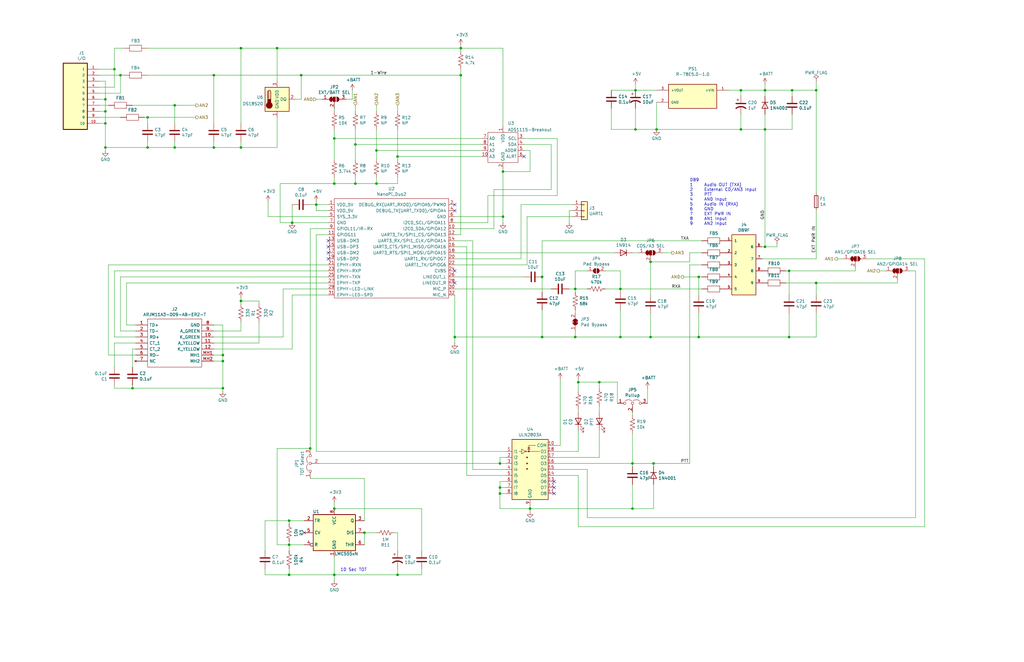
<source format=kicad_sch>
(kicad_sch (version 20211123) (generator eeschema)
  (paper "USLedger")
  (title_block (title "NanoPi Duo2 Direwolf Carrier Board") (date "2022-01-03") (rev "1.2") (company "FET Technologies") (comment 1 "v1.1 Add built-in Dallas sensor") (comment 2 "v1.2 Delete 3.3V Reg, Wire out GPIOA14/A16 to DB9"))
  (lib_symbols
    (symbol "Connector_Generic:Conn_01x03" (pin_names (offset 1.016) hide)
      (property "Reference" "J" (at 0 5.08 0))
      (property "Value" "Conn_01x03" (at 0 -5.08 0))
      (symbol "Conn_01x03_1_1"
        (pin passive line (at -5.08 2.54 0) (length 3.81) (name "Pin_1") (number "1"))
        (pin passive line (at -5.08 0 0) (length 3.81) (name "Pin_2") (number "2"))
        (pin passive line (at -5.08 -2.54 0) (length 3.81) (name "Pin_3") (number "3"))
      )
    )
    (symbol "Device:C" (pin_numbers hide) (pin_names (offset 0.254))
      (property "Reference" "C" (at 0.635 2.54 0))
      (property "Value" "C" (at 0.635 -2.54 0))
      (symbol "C_1_1"
        (pin passive line (at 0 3.81 270) (length 2.794) (name "~") (number "1"))
        (pin passive line (at 0 -3.81 90) (length 2.794) (name "~") (number "2"))
      )
    )
    (symbol "Device:C_Polarized_US" (pin_numbers hide) (pin_names (offset 0.254) hide)
      (property "Reference" "C" (at 0.635 2.54 0))
      (property "Value" "C_Polarized_US" (at 0.635 -2.54 0))
      (symbol "C_Polarized_US_1_1"
        (pin passive line (at 0 3.81 270) (length 2.794) (name "~") (number "1"))
        (pin passive line (at 0 -3.81 90) (length 3.302) (name "~") (number "2"))
      )
    )
    (symbol "Device:Fuse" (pin_numbers hide) (pin_names (offset 0))
      (property "Reference" "F" (at 2.032 0 90))
      (property "Value" "Fuse" (at -1.905 0 90))
      (symbol "Fuse_1_1"
        (pin passive line (at 0 3.81 270) (length 1.27) (name "~") (number "1"))
        (pin passive line (at 0 -3.81 90) (length 1.27) (name "~") (number "2"))
      )
    )
    (symbol "Device:LED" (pin_numbers hide) (pin_names (offset 1.016) hide)
      (property "Reference" "D" (at 0 2.54 0))
      (property "Value" "LED" (at 0 -2.54 0))
      (symbol "LED_1_1"
        (pin passive line (at -3.81 0 0) (length 2.54) (name "K") (number "1"))
        (pin passive line (at 3.81 0 180) (length 2.54) (name "A") (number "2"))
      )
    )
    (symbol "Device:R_US" (pin_numbers hide) (pin_names (offset 0))
      (property "Reference" "R" (at 2.54 0 90))
      (property "Value" "R_US" (at -2.54 0 90))
      (symbol "R_US_1_1"
        (pin passive line (at 0 3.81 270) (length 1.27) (name "~") (number "1"))
        (pin passive line (at 0 -3.81 90) (length 1.27) (name "~") (number "2"))
      )
    )
    (symbol "Diode:1N4001" (pin_numbers hide) (pin_names (offset 1.016) hide)
      (property "Reference" "D" (at 0 2.54 0))
      (property "Value" "1N4001" (at 0 -2.54 0))
      (symbol "1N4001_1_1"
        (pin passive line (at -3.81 0 0) (length 2.54) (name "K") (number "1"))
        (pin passive line (at 3.81 0 180) (length 2.54) (name "A") (number "2"))
      )
    )
    (symbol "Diode:1N914" (pin_numbers hide) (pin_names (offset 1.016) hide)
      (property "Reference" "D" (at 0 2.54 0))
      (property "Value" "1N914" (at 0 -2.54 0))
      (symbol "1N914_1_1"
        (pin passive line (at -3.81 0 0) (length 2.54) (name "K") (number "1"))
        (pin passive line (at 3.81 0 180) (length 2.54) (name "A") (number "2"))
      )
    )
    (symbol "Jumper:Jumper_3_Open" (pin_names (offset 0) hide)
      (property "Reference" "JP" (at -2.54 -2.54 0))
      (property "Value" "Jumper_3_Open" (at 0 2.794 0))
      (symbol "Jumper_3_Open_1_1"
        (pin passive line (at -6.35 0 0) (length 2.54) (name "A") (number "1"))
        (pin input line (at 0 -3.81 90) (length 2.54) (name "C") (number "2"))
        (pin passive line (at 6.35 0 180) (length 2.54) (name "B") (number "3"))
      )
    )
    (symbol "Jumper:SolderJumper_2_Bridged" (pin_names (offset 0) hide)
      (property "Reference" "JP" (at 0 2.032 0))
      (property "Value" "SolderJumper_2_Bridged" (at 0 -2.54 0))
      (symbol "SolderJumper_2_Bridged_1_1"
        (pin passive line (at -3.81 0 0) (length 2.54) (name "A") (number "1"))
        (pin passive line (at 3.81 0 180) (length 2.54) (name "B") (number "2"))
      )
    )
    (symbol "Jumper:SolderJumper_2_Open" (pin_names (offset 0) hide)
      (property "Reference" "JP" (at 0 2.032 0))
      (property "Value" "SolderJumper_2_Open" (at 0 -2.54 0))
      (symbol "SolderJumper_2_Open_1_1"
        (pin passive line (at -3.81 0 0) (length 2.54) (name "A") (number "1"))
        (pin passive line (at 3.81 0 180) (length 2.54) (name "B") (number "2"))
      )
    )
    (symbol "Jumper:SolderJumper_3_Bridged12" (pin_names (offset 0) hide)
      (property "Reference" "JP" (at -2.54 -2.54 0))
      (property "Value" "SolderJumper_3_Bridged12" (at 0 2.794 0))
      (symbol "SolderJumper_3_Bridged12_1_1"
        (pin passive line (at -5.08 0 0) (length 2.54) (name "A") (number "1"))
        (pin input line (at 0 -3.81 90) (length 2.54) (name "C") (number "2"))
        (pin passive line (at 5.08 0 180) (length 2.54) (name "B") (number "3"))
      )
    )
    (symbol "Sensor_Temperature:DS18S20" (pin_names (offset 1.016))
      (property "Reference" "U" (at -3.81 6.35 0))
      (property "Value" "DS18S20" (at 6.35 6.35 0))
      (symbol "DS18S20_1_1"
        (pin power_in line (at 0 -7.62 90) (length 2.54) (name "GND") (number "1"))
        (pin bidirectional line (at 7.62 0 180) (length 2.54) (name "DQ") (number "2"))
        (pin power_in line (at 0 7.62 270) (length 2.54) (name "VDD") (number "3"))
      )
    )
    (symbol "Timer:LMC555xN"
      (property "Reference" "U" (at -10.16 8.89 0))
      (property "Value" "LMC555xN" (at 2.54 8.89 0))
      (symbol "LMC555xN_0_0"
        (pin power_in line (at 0 -10.16 90) (length 2.54) (name "GND") (number "1"))
        (pin power_in line (at 0 10.16 270) (length 2.54) (name "VCC") (number "8"))
      )
      (symbol "LMC555xN_1_1"
        (pin input line (at -12.7 5.08 0) (length 3.81) (name "TR") (number "2"))
        (pin output line (at 12.7 5.08 180) (length 3.81) (name "Q") (number "3"))
        (pin input inverted (at -12.7 -5.08 0) (length 3.81) (name "R") (number "4"))
        (pin input line (at -12.7 0 0) (length 3.81) (name "CV") (number "5"))
        (pin input line (at 12.7 -5.08 180) (length 3.81) (name "THR") (number "6"))
        (pin input line (at 12.7 0 180) (length 3.81) (name "DIS") (number "7"))
      )
    )
    (symbol "Transistor_Array:ULN2803A"
      (property "Reference" "U" (at 0 13.335 0))
      (property "Value" "ULN2803A" (at 0 11.43 0))
      (symbol "ULN2803A_1_1"
        (pin input line (at -10.16 5.08 0) (length 2.54) (name "I1") (number "1"))
        (pin passive line (at 10.16 7.62 180) (length 2.54) (name "COM") (number "10"))
        (pin open_collector line (at 10.16 -12.7 180) (length 2.54) (name "O8") (number "11"))
        (pin open_collector line (at 10.16 -10.16 180) (length 2.54) (name "O7") (number "12"))
        (pin open_collector line (at 10.16 -7.62 180) (length 2.54) (name "O6") (number "13"))
        (pin open_collector line (at 10.16 -5.08 180) (length 2.54) (name "O5") (number "14"))
        (pin open_collector line (at 10.16 -2.54 180) (length 2.54) (name "O4") (number "15"))
        (pin open_collector line (at 10.16 0 180) (length 2.54) (name "O3") (number "16"))
        (pin open_collector line (at 10.16 2.54 180) (length 2.54) (name "O2") (number "17"))
        (pin open_collector line (at 10.16 5.08 180) (length 2.54) (name "O1") (number "18"))
        (pin input line (at -10.16 2.54 0) (length 2.54) (name "I2") (number "2"))
        (pin input line (at -10.16 0 0) (length 2.54) (name "I3") (number "3"))
        (pin input line (at -10.16 -2.54 0) (length 2.54) (name "I4") (number "4"))
        (pin input line (at -10.16 -5.08 0) (length 2.54) (name "I5") (number "5"))
        (pin input line (at -10.16 -7.62 0) (length 2.54) (name "I6") (number "6"))
        (pin input line (at -10.16 -10.16 0) (length 2.54) (name "I7") (number "7"))
        (pin input line (at -10.16 -12.7 0) (length 2.54) (name "I8") (number "8"))
        (pin power_in line (at 0 -17.78 90) (length 2.54) (name "GND") (number "9"))
      )
    )
    (symbol "VE7FET:1-282834-0" (pin_names (offset 1.016))
      (property "Reference" "J" (at -3.81 16.5354 0))
      (property "Value" "1-282834-0" (at -5.08 -15.2654 0))
      (symbol "1-282834-0_0_0"
        (pin passive line (at -10.16 12.7 0) (length 5.08) (name "1") (number "1"))
        (pin passive line (at -10.16 -10.16 0) (length 5.08) (name "10") (number "10"))
        (pin passive line (at -10.16 10.16 0) (length 5.08) (name "2") (number "2"))
        (pin passive line (at -10.16 7.62 0) (length 5.08) (name "3") (number "3"))
        (pin passive line (at -10.16 5.08 0) (length 5.08) (name "4") (number "4"))
        (pin passive line (at -10.16 2.54 0) (length 5.08) (name "5") (number "5"))
        (pin passive line (at -10.16 0 0) (length 5.08) (name "6") (number "6"))
        (pin passive line (at -10.16 -2.54 0) (length 5.08) (name "7") (number "7"))
        (pin passive line (at -10.16 -5.08 0) (length 5.08) (name "8") (number "8"))
        (pin passive line (at -10.16 -7.62 0) (length 5.08) (name "9") (number "9"))
      )
    )
    (symbol "VE7FET:2311765-1" (pin_names (offset 1.016))
      (property "Reference" "J" (at -5.08 13.97 0))
      (property "Value" "2311765-1" (at -5.08 -15.24 0))
      (symbol "2311765-1_0_0"
        (pin passive line (at -7.62 10.16 0) (length 2.54) (name "1") (number "1"))
        (pin passive line (at -7.62 5.08 0) (length 2.54) (name "2") (number "2"))
        (pin passive line (at -7.62 0 0) (length 2.54) (name "3") (number "3"))
        (pin passive line (at -7.62 -5.08 0) (length 2.54) (name "4") (number "4"))
        (pin passive line (at -7.62 -10.16 0) (length 2.54) (name "5") (number "5"))
        (pin passive line (at 7.62 7.62 180) (length 2.54) (name "6") (number "6"))
        (pin passive line (at 7.62 2.54 180) (length 2.54) (name "7") (number "7"))
        (pin passive line (at 7.62 -2.54 180) (length 2.54) (name "8") (number "8"))
        (pin passive line (at 7.62 -7.62 180) (length 2.54) (name "9") (number "9"))
      )
    )
    (symbol "VE7FET:ADS1115-Breakout"
      (property "Reference" "U" (at 1.27 7.62 0))
      (property "Value" "ADS1115-Breakout" (at 16.51 -7.62 0))
      (symbol "ADS1115-Breakout_1_1"
        (pin power_in line (at 6.35 8.89 270) (length 2.54) (name "VDD") (number "1"))
        (pin input line (at -2.54 -3.81 0) (length 2.54) (name "A3") (number "10"))
        (pin power_in line (at 6.35 -8.89 90) (length 2.54) (name "GND") (number "2"))
        (pin input line (at 15.24 3.81 180) (length 2.54) (name "SCL") (number "3"))
        (pin bidirectional line (at 15.24 1.27 180) (length 2.54) (name "SDA") (number "4"))
        (pin passive line (at 15.24 -1.27 180) (length 2.54) (name "ADDR") (number "5"))
        (pin output line (at 15.24 -3.81 180) (length 2.54) (name "ALRT") (number "6"))
        (pin input line (at -2.54 3.81 0) (length 2.54) (name "A0") (number "7"))
        (pin input line (at -2.54 1.27 0) (length 2.54) (name "A1") (number "8"))
        (pin input line (at -2.54 -1.27 0) (length 2.54) (name "A2") (number "9"))
      )
    )
    (symbol "VE7FET:ARJM11A3-009-AB-ER2-T" (pin_names (offset 0.762))
      (property "Reference" "J" (at 29.21 7.62 0))
      (property "Value" "ARJM11A3-009-AB-ER2-T" (at 29.21 5.08 0))
      (symbol "ARJM11A3-009-AB-ER2-T_0_0"
        (pin passive line (at 0 0 0) (length 5.08) (name "TD+") (number "1"))
        (pin passive line (at 33.02 -5.08 180) (length 5.08) (name "K_GREEN") (number "10"))
        (pin passive line (at 33.02 -7.62 180) (length 5.08) (name "A_YELLOW") (number "11"))
        (pin passive line (at 33.02 -10.16 180) (length 5.08) (name "K_YELLOW") (number "12"))
        (pin passive line (at 0 -2.54 0) (length 5.08) (name "TD-") (number "2"))
        (pin passive line (at 0 -5.08 0) (length 5.08) (name "RD+") (number "3"))
        (pin passive line (at 0 -7.62 0) (length 5.08) (name "CT_1") (number "4"))
        (pin passive line (at 0 -10.16 0) (length 5.08) (name "CT_2") (number "5"))
        (pin passive line (at 0 -12.7 0) (length 5.08) (name "RD-") (number "6"))
        (pin no_connect line (at 0 -15.24 0) (length 5.08) (name "NC") (number "7"))
        (pin passive line (at 33.02 0 180) (length 5.08) (name "GND") (number "8"))
        (pin passive line (at 33.02 -2.54 180) (length 5.08) (name "A_GREEN") (number "9"))
        (pin passive line (at 33.02 -12.7 180) (length 5.08) (name "MH1") (number "MH1"))
        (pin passive line (at 33.02 -15.24 180) (length 5.08) (name "MH2") (number "MH2"))
      )
    )
    (symbol "VE7FET:MH3261-601Y" (pin_numbers hide) (pin_names (offset 0.762) hide)
      (property "Reference" "FB" (at 2.54 2.54 0))
      (symbol "MH3261-601Y_0_0"
        (pin passive line (at 0 0 0) (length 2.54) (name "1") (number "1"))
        (pin passive line (at 10.16 0 180) (length 2.54) (name "2") (number "2"))
      )
    )
    (symbol "VE7FET:NanoPi_Duo2" (pin_names (offset 1.016))
      (property "Reference" "U" (at -22.86 22.86 0))
      (property "Value" "NanoPi_Duo2" (at 0 22.86 0))
      (symbol "NanoPi_Duo2_1_1"
        (pin power_in line (at -26.67 19.05 0) (length 2.54) (name "VDD_5V") (number "1"))
        (pin passive line (at 26.67 8.89 180) (length 2.54) (name "I2C0_SDA/GPIOA12") (number "10"))
        (pin passive line (at -26.67 6.35 0) (length 2.54) (name "GPIOG11") (number "11"))
        (pin passive line (at 26.67 6.35 180) (length 2.54) (name "UART3_TX/SPI1_CS/GPIOA13") (number "12"))
        (pin passive line (at -26.67 3.81 0) (length 2.54) (name "USB-DM3") (number "13"))
        (pin passive line (at 26.67 3.81 180) (length 2.54) (name "UART3_RX/SPI1_CLK/GPIOA14") (number "14"))
        (pin passive line (at -26.67 1.27 0) (length 2.54) (name "USB-DP3") (number "15"))
        (pin passive line (at 26.67 1.27 180) (length 2.54) (name "UART3_CTS/SPI1_MISO/GPIOA16") (number "16"))
        (pin passive line (at -26.67 -1.27 0) (length 2.54) (name "USB-DM2") (number "17"))
        (pin passive line (at 26.67 -1.27 180) (length 2.54) (name "UART3_RTS/SPI1_MOSI/GPIOA15") (number "18"))
        (pin passive line (at -26.67 -3.81 0) (length 2.54) (name "USB-DP2") (number "19"))
        (pin passive line (at 26.67 19.05 180) (length 2.54) (name "DEBUG_RX(UART_RXD0)/GPIOA5/PWM0") (number "2"))
        (pin passive line (at 26.67 -3.81 180) (length 2.54) (name "UART1_RX/GPIOG7") (number "20"))
        (pin passive line (at -26.67 -6.35 0) (length 2.54) (name "EPHY-RXN") (number "21"))
        (pin passive line (at 26.67 -6.35 180) (length 2.54) (name "UART1_TX/GPIOG6") (number "22"))
        (pin passive line (at -26.67 -8.89 0) (length 2.54) (name "EPHY-RXP") (number "23"))
        (pin passive line (at 26.67 -8.89 180) (length 2.54) (name "CVBS") (number "24"))
        (pin passive line (at -26.67 -11.43 0) (length 2.54) (name "EPHY-TXN") (number "25"))
        (pin passive line (at 26.67 -11.43 180) (length 2.54) (name "LINEOUT_L") (number "26"))
        (pin passive line (at -26.67 -13.97 0) (length 2.54) (name "EPHY-TXP") (number "27"))
        (pin passive line (at 26.67 -13.97 180) (length 2.54) (name "LINEOUT_R") (number "28"))
        (pin passive line (at -26.67 -16.51 0) (length 2.54) (name "EPHY-LED-LINK") (number "29"))
        (pin power_in line (at -26.67 16.51 0) (length 2.54) (name "VDD_5V") (number "3"))
        (pin passive line (at 26.67 -16.51 180) (length 2.54) (name "MIC_P") (number "30"))
        (pin passive line (at -26.67 -19.05 0) (length 2.54) (name "EPHY-LED-SPD") (number "31"))
        (pin passive line (at 26.67 -19.05 180) (length 2.54) (name "MIC_N") (number "32"))
        (pin passive line (at 26.67 16.51 180) (length 2.54) (name "DEBUG_TX(UART_TXD0)/GPIOA4") (number "4"))
        (pin power_out line (at -26.67 13.97 0) (length 2.54) (name "SYS_3.3V") (number "5"))
        (pin passive line (at 26.67 13.97 180) (length 2.54) (name "GND") (number "6"))
        (pin passive line (at -26.67 11.43 0) (length 2.54) (name "GND") (number "7"))
        (pin passive line (at 26.67 11.43 180) (length 2.54) (name "I2C0_SCL/GPIOA11") (number "8"))
        (pin passive line (at -26.67 8.89 0) (length 2.54) (name "GPIOL11/IR-RX") (number "9"))
      )
    )
    (symbol "VE7FET:R-78E5.0-1.0" (pin_names (offset 1.016))
      (property "Reference" "VR" (at -10.16 6.35 0))
      (property "Value" "R-78E5.0-1.0" (at -10.16 -7.62 0))
      (symbol "R-78E5.0-1.0_0_0"
        (pin input line (at -15.24 2.54 0) (length 5.08) (name "+VIN") (number "1"))
        (pin power_in line (at 15.24 -2.54 180) (length 5.08) (name "GND") (number "2"))
        (pin power_out line (at 15.24 2.54 180) (length 5.08) (name "+VOUT") (number "3"))
      )
    )
    (symbol "power:+3.3V" (power) (pin_names (offset 0))
      (property "Value" "+3.3V" (at 0 3.556 0))
      (symbol "+3.3V_1_1"
        (pin power_in line (at 0 0 90) (length 0) hide (name "+3V3") (number "1"))
      )
    )
    (symbol "power:+5V" (power) (pin_names (offset 0))
      (property "Value" "+5V" (at 0 3.556 0))
      (symbol "+5V_1_1"
        (pin power_in line (at 0 0 90) (length 0) hide (name "+5V") (number "1"))
      )
    )
    (symbol "power:+BATT" (power) (pin_names (offset 0))
      (property "Value" "+BATT" (at 0 3.556 0))
      (symbol "+BATT_1_1"
        (pin power_in line (at 0 0 90) (length 0) hide (name "+BATT") (number "1"))
      )
    )
    (symbol "power:GND" (power) (pin_names (offset 0))
      (property "Value" "GND" (at 0 -3.81 0))
      (symbol "GND_1_1"
        (pin power_in line (at 0 0 270) (length 0) hide (name "GND") (number "1"))
      )
    )
    (symbol "power:PWR_FLAG" (power) (pin_numbers hide) (pin_names (offset 0) hide)
      (property "Value" "PWR_FLAG" (at 0 3.81 0))
      (symbol "PWR_FLAG_0_0"
        (pin power_out line (at 0 0 90) (length 0) (name "pwr") (number "1"))
      )
    )
  )
  (junction (at 158.75 63.5))
  (junction (at 210.82 205.74))
  (junction (at 332.74 142.24))
  (junction (at 101.6 127))
  (junction (at 294.64 116.84))
  (junction (at 50.8 31.75))
  (junction (at 252.73 161.29))
  (junction (at 44.45 41.91))
  (junction (at 101.6 62.23))
  (junction (at 210.82 195.58))
  (junction (at 140.97 242.57))
  (junction (at 167.64 242.57))
  (junction (at 312.42 38.1))
  (junction (at 212.09 72.39))
  (junction (at 101.6 20.32))
  (junction (at 322.58 38.1))
  (junction (at 223.52 214.63))
  (junction (at 210.82 208.28))
  (junction (at 158.75 77.47))
  (junction (at 344.17 38.1))
  (junction (at 332.74 114.3))
  (junction (at 267.97 54.61))
  (junction (at 322.58 104.14))
  (junction (at 121.92 229.87))
  (junction (at 274.32 110.49))
  (junction (at 121.92 219.71))
  (junction (at 127 31.75))
  (junction (at 322.58 54.61))
  (junction (at 140.97 58.42))
  (junction (at 130.81 189.23))
  (junction (at 312.42 54.61))
  (junction (at 276.86 54.61))
  (junction (at 267.97 38.1))
  (junction (at 243.84 161.29))
  (junction (at 149.86 77.47))
  (junction (at 194.31 20.32))
  (junction (at 62.23 49.53))
  (junction (at 334.01 38.1))
  (junction (at 48.26 29.21))
  (junction (at 194.31 31.75))
  (junction (at 167.64 66.04))
  (junction (at 228.6 142.24))
  (junction (at 191.77 142.24))
  (junction (at 133.35 86.36))
  (junction (at 140.97 214.63))
  (junction (at 93.98 152.4))
  (junction (at 123.19 93.98))
  (junction (at 44.45 46.99))
  (junction (at 93.98 163.83))
  (junction (at 294.64 142.24))
  (junction (at 116.84 20.32))
  (junction (at 228.6 116.84))
  (junction (at 242.57 121.92))
  (junction (at 261.62 121.92))
  (junction (at 55.88 163.83))
  (junction (at 90.17 31.75))
  (junction (at 121.92 242.57))
  (junction (at 275.59 195.58))
  (junction (at 261.62 142.24))
  (junction (at 242.57 142.24))
  (junction (at 266.7 214.63))
  (junction (at 274.32 142.24))
  (junction (at 62.23 62.23))
  (junction (at 140.97 77.47))
  (junction (at 266.7 195.58))
  (junction (at 90.17 62.23))
  (junction (at 93.98 149.86))
  (junction (at 153.67 224.79))
  (junction (at 149.86 60.96))
  (junction (at 344.17 119.38))
  (junction (at 44.45 52.07))
  (junction (at 212.09 91.44))
  (junction (at 44.45 62.23))
  (junction (at 73.66 62.23))
  (junction (at 73.66 44.45))
  (no_connect (at 128.27 224.79))
  (no_connect (at 220.98 66.04))
  (no_connect (at 191.77 86.36))
  (no_connect (at 191.77 88.9))
  (no_connect (at 138.43 106.68))
  (no_connect (at 191.77 119.38))
  (no_connect (at 233.68 203.2))
  (no_connect (at 233.68 205.74))
  (no_connect (at 233.68 208.28))
  (no_connect (at 138.43 104.14))
  (no_connect (at 138.43 101.6))
  (no_connect (at 138.43 109.22))
  (no_connect (at 191.77 114.3))
  (wire (pts (xy 294.64 132.08) (xy 294.64 142.24)))
  (wire (pts (xy 191.77 91.44) (xy 212.09 91.44)))
  (wire (pts (xy 261.62 114.3) (xy 261.62 121.92)))
  (wire (pts (xy 73.66 44.45) (xy 82.55 44.45)))
  (wire (pts (xy 191.77 96.52) (xy 208.28 96.52)))
  (wire (pts (xy 228.6 116.84) (xy 228.6 123.19)))
  (wire (pts (xy 90.17 137.16) (xy 93.98 137.16)))
  (wire (pts (xy 220.98 63.5) (xy 223.52 63.5)))
  (wire (pts (xy 242.57 139.7) (xy 242.57 142.24)))
  (wire (pts (xy 344.17 119.38) (xy 331.47 119.38)))
  (wire (pts (xy 121.92 232.41) (xy 121.92 229.87)))
  (wire (pts (xy 312.42 54.61) (xy 312.42 48.26)))
  (wire (pts (xy 48.26 142.24) (xy 57.15 142.24)))
  (wire (pts (xy 158.75 54.61) (xy 158.75 63.5)))
  (wire (pts (xy 116.84 229.87) (xy 116.84 189.23)))
  (wire (pts (xy 55.88 162.56) (xy 55.88 163.83)))
  (wire (pts (xy 234.95 58.42) (xy 234.95 82.55)))
  (wire (pts (xy 332.74 114.3) (xy 332.74 124.46)))
  (wire (pts (xy 53.34 119.38) (xy 53.34 137.16)))
  (wire (pts (xy 389.89 222.25) (xy 389.89 109.22)))
  (wire (pts (xy 53.34 137.16) (xy 57.15 137.16)))
  (wire (pts (xy 213.36 195.58) (xy 210.82 195.58)))
  (wire (pts (xy 212.09 71.12) (xy 212.09 72.39)))
  (wire (pts (xy 252.73 193.04) (xy 252.73 181.61)))
  (wire (pts (xy 133.35 86.36) (xy 130.81 86.36)))
  (wire (pts (xy 130.81 96.52) (xy 130.81 189.23)))
  (wire (pts (xy 242.57 114.3) (xy 242.57 121.92)))
  (wire (pts (xy 121.92 219.71) (xy 111.76 219.71)))
  (wire (pts (xy 233.68 193.04) (xy 252.73 193.04)))
  (wire (pts (xy 158.75 74.93) (xy 158.75 77.47)))
  (wire (pts (xy 55.88 147.32) (xy 55.88 154.94)))
  (wire (pts (xy 290.83 106.68) (xy 295.91 106.68)))
  (wire (pts (xy 344.17 109.22) (xy 344.17 88.9)))
  (wire (pts (xy 119.38 121.92) (xy 138.43 121.92)))
  (wire (pts (xy 243.84 173.99) (xy 243.84 172.72)))
  (wire (pts (xy 133.35 41.91) (xy 135.89 41.91)))
  (wire (pts (xy 44.45 46.99) (xy 44.45 52.07)))
  (wire (pts (xy 140.97 77.47) (xy 149.86 77.47)))
  (wire (pts (xy 101.6 20.32) (xy 116.84 20.32)))
  (wire (pts (xy 138.43 88.9) (xy 133.35 88.9)))
  (wire (pts (xy 334.01 38.1) (xy 322.58 38.1)))
  (wire (pts (xy 111.76 242.57) (xy 121.92 242.57)))
  (wire (pts (xy 191.77 99.06) (xy 194.31 99.06)))
  (wire (pts (xy 44.45 41.91) (xy 44.45 34.29)))
  (wire (pts (xy 212.09 93.98) (xy 212.09 91.44)))
  (wire (pts (xy 228.6 101.6) (xy 228.6 116.84)))
  (wire (pts (xy 332.74 114.3) (xy 331.47 114.3)))
  (wire (pts (xy 101.6 139.7) (xy 101.6 135.89)))
  (wire (pts (xy 267.97 54.61) (xy 276.86 54.61)))
  (wire (pts (xy 153.67 229.87) (xy 153.67 224.79)))
  (wire (pts (xy 233.68 190.5) (xy 243.84 190.5)))
  (wire (pts (xy 111.76 219.71) (xy 111.76 232.41)))
  (wire (pts (xy 295.91 101.6) (xy 228.6 101.6)))
  (wire (pts (xy 138.43 114.3) (xy 48.26 114.3)))
  (wire (pts (xy 62.23 49.53) (xy 82.55 49.53)))
  (wire (pts (xy 44.45 62.23) (xy 44.45 63.5)))
  (wire (pts (xy 90.17 31.75) (xy 127 31.75)))
  (wire (pts (xy 121.92 229.87) (xy 121.92 228.6)))
  (wire (pts (xy 191.77 121.92) (xy 232.41 121.92)))
  (wire (pts (xy 386.08 114.3) (xy 383.54 114.3)))
  (wire (pts (xy 261.62 142.24) (xy 274.32 142.24)))
  (wire (pts (xy 41.91 31.75) (xy 50.8 31.75)))
  (wire (pts (xy 121.92 229.87) (xy 116.84 229.87)))
  (wire (pts (xy 267.97 38.1) (xy 257.81 38.1)))
  (wire (pts (xy 222.25 91.44) (xy 241.3 91.44)))
  (wire (pts (xy 101.6 62.23) (xy 116.84 62.23)))
  (wire (pts (xy 208.28 80.01) (xy 232.41 80.01)))
  (wire (pts (xy 194.31 29.21) (xy 194.31 31.75)))
  (wire (pts (xy 228.6 142.24) (xy 242.57 142.24)))
  (wire (pts (xy 73.66 44.45) (xy 73.66 52.07)))
  (wire (pts (xy 294.64 142.24) (xy 274.32 142.24)))
  (wire (pts (xy 233.68 200.66) (xy 243.84 200.66)))
  (wire (pts (xy 166.37 224.79) (xy 167.64 224.79)))
  (wire (pts (xy 48.26 29.21) (xy 41.91 29.21)))
  (wire (pts (xy 266.7 214.63) (xy 275.59 214.63)))
  (wire (pts (xy 93.98 137.16) (xy 93.98 149.86)))
  (wire (pts (xy 41.91 41.91) (xy 44.45 41.91)))
  (wire (pts (xy 276.86 54.61) (xy 312.42 54.61)))
  (wire (pts (xy 41.91 36.83) (xy 48.26 36.83)))
  (wire (pts (xy 219.71 109.22) (xy 219.71 86.36)))
  (wire (pts (xy 205.74 93.98) (xy 191.77 93.98)))
  (wire (pts (xy 275.59 195.58) (xy 266.7 195.58)))
  (wire (pts (xy 128.27 219.71) (xy 121.92 219.71)))
  (wire (pts (xy 60.96 49.53) (xy 62.23 49.53)))
  (wire (pts (xy 220.98 58.42) (xy 234.95 58.42)))
  (wire (pts (xy 191.77 109.22) (xy 219.71 109.22)))
  (wire (pts (xy 138.43 119.38) (xy 53.34 119.38)))
  (wire (pts (xy 167.64 44.45) (xy 167.64 46.99)))
  (wire (pts (xy 274.32 110.49) (xy 274.32 124.46)))
  (wire (pts (xy 121.92 240.03) (xy 121.92 242.57)))
  (wire (pts (xy 332.74 142.24) (xy 344.17 142.24)))
  (wire (pts (xy 228.6 142.24) (xy 191.77 142.24)))
  (wire (pts (xy 210.82 205.74) (xy 213.36 205.74)))
  (wire (pts (xy 234.95 82.55) (xy 205.74 82.55)))
  (wire (pts (xy 242.57 121.92) (xy 247.65 121.92)))
  (wire (pts (xy 242.57 132.08) (xy 242.57 130.81)))
  (wire (pts (xy 140.97 214.63) (xy 177.8 214.63)))
  (wire (pts (xy 149.86 60.96) (xy 203.2 60.96)))
  (wire (pts (xy 240.03 121.92) (xy 242.57 121.92)))
  (wire (pts (xy 113.03 91.44) (xy 113.03 85.09)))
  (wire (pts (xy 101.6 127) (xy 109.22 127)))
  (wire (pts (xy 191.77 116.84) (xy 220.98 116.84)))
  (wire (pts (xy 167.64 242.57) (xy 177.8 242.57)))
  (wire (pts (xy 243.84 200.66) (xy 243.84 222.25)))
  (wire (pts (xy 191.77 124.46) (xy 191.77 142.24)))
  (wire (pts (xy 41.91 44.45) (xy 45.72 44.45)))
  (wire (pts (xy 191.77 111.76) (xy 222.25 111.76)))
  (wire (pts (xy 212.09 72.39) (xy 212.09 91.44)))
  (wire (pts (xy 177.8 242.57) (xy 177.8 240.03)))
  (wire (pts (xy 121.92 242.57) (xy 140.97 242.57)))
  (wire (pts (xy 167.64 240.03) (xy 167.64 242.57)))
  (wire (pts (xy 266.7 173.99) (xy 266.7 175.26)))
  (wire (pts (xy 210.82 205.74) (xy 210.82 208.28)))
  (wire (pts (xy 90.17 62.23) (xy 101.6 62.23)))
  (wire (pts (xy 267.97 35.56) (xy 267.97 38.1)))
  (wire (pts (xy 50.8 31.75) (xy 52.07 31.75)))
  (wire (pts (xy 312.42 38.1) (xy 307.34 38.1)))
  (wire (pts (xy 41.91 39.37) (xy 50.8 39.37)))
  (wire (pts (xy 55.88 163.83) (xy 48.26 163.83)))
  (wire (pts (xy 140.97 245.11) (xy 140.97 242.57)))
  (wire (pts (xy 167.64 74.93) (xy 167.64 77.47)))
  (wire (pts (xy 50.8 116.84) (xy 50.8 139.7)))
  (wire (pts (xy 55.88 163.83) (xy 93.98 163.83)))
  (wire (pts (xy 210.82 208.28) (xy 210.82 214.63)))
  (wire (pts (xy 118.11 93.98) (xy 118.11 77.47)))
  (wire (pts (xy 116.84 20.32) (xy 116.84 34.29)))
  (wire (pts (xy 261.62 123.19) (xy 261.62 121.92)))
  (wire (pts (xy 257.81 54.61) (xy 257.81 45.72)))
  (wire (pts (xy 267.97 45.72) (xy 267.97 54.61)))
  (wire (pts (xy 261.62 130.81) (xy 261.62 142.24)))
  (wire (pts (xy 44.45 52.07) (xy 44.45 62.23)))
  (wire (pts (xy 322.58 104.14) (xy 327.66 104.14)))
  (wire (pts (xy 275.59 196.85) (xy 275.59 195.58)))
  (wire (pts (xy 223.52 72.39) (xy 212.09 72.39)))
  (wire (pts (xy 210.82 208.28) (xy 213.36 208.28)))
  (wire (pts (xy 130.81 201.93) (xy 153.67 201.93)))
  (wire (pts (xy 210.82 214.63) (xy 223.52 214.63)))
  (wire (pts (xy 223.52 214.63) (xy 266.7 214.63)))
  (wire (pts (xy 118.11 77.47) (xy 140.97 77.47)))
  (wire (pts (xy 194.31 20.32) (xy 212.09 20.32)))
  (wire (pts (xy 62.23 62.23) (xy 44.45 62.23)))
  (wire (pts (xy 255.27 114.3) (xy 261.62 114.3)))
  (wire (pts (xy 101.6 125.73) (xy 101.6 127)))
  (wire (pts (xy 247.65 198.12) (xy 247.65 218.44)))
  (wire (pts (xy 266.7 196.85) (xy 266.7 195.58)))
  (wire (pts (xy 101.6 20.32) (xy 101.6 52.07)))
  (wire (pts (xy 223.52 63.5) (xy 223.52 72.39)))
  (wire (pts (xy 247.65 114.3) (xy 242.57 114.3)))
  (wire (pts (xy 243.84 222.25) (xy 389.89 222.25)))
  (wire (pts (xy 127 41.91) (xy 127 31.75)))
  (wire (pts (xy 233.68 195.58) (xy 266.7 195.58)))
  (wire (pts (xy 275.59 195.58) (xy 290.83 195.58)))
  (wire (pts (xy 109.22 144.78) (xy 109.22 135.89)))
  (wire (pts (xy 133.35 88.9) (xy 133.35 86.36)))
  (wire (pts (xy 288.29 116.84) (xy 294.64 116.84)))
  (wire (pts (xy 194.31 20.32) (xy 194.31 21.59)))
  (wire (pts (xy 344.17 119.38) (xy 378.46 119.38)))
  (wire (pts (xy 196.85 104.14) (xy 196.85 200.66)))
  (wire (pts (xy 44.45 46.99) (xy 44.45 41.91)))
  (wire (pts (xy 332.74 142.24) (xy 332.74 132.08)))
  (wire (pts (xy 210.82 203.2) (xy 210.82 205.74)))
  (wire (pts (xy 62.23 49.53) (xy 62.23 52.07)))
  (wire (pts (xy 344.17 142.24) (xy 344.17 132.08)))
  (wire (pts (xy 48.26 114.3) (xy 48.26 142.24)))
  (wire (pts (xy 158.75 44.45) (xy 158.75 46.99)))
  (wire (pts (xy 290.83 111.76) (xy 290.83 195.58)))
  (wire (pts (xy 109.22 127) (xy 109.22 128.27)))
  (wire (pts (xy 116.84 62.23) (xy 116.84 49.53)))
  (wire (pts (xy 140.97 58.42) (xy 140.97 67.31)))
  (wire (pts (xy 90.17 152.4) (xy 93.98 152.4)))
  (wire (pts (xy 279.4 106.68) (xy 283.21 106.68)))
  (wire (pts (xy 116.84 20.32) (xy 194.31 20.32)))
  (wire (pts (xy 233.68 187.96) (xy 236.22 187.96)))
  (wire (pts (xy 116.84 189.23) (xy 130.81 189.23)))
  (wire (pts (xy 48.26 163.83) (xy 48.26 162.56)))
  (wire (pts (xy 44.45 34.29) (xy 41.91 34.29)))
  (wire (pts (xy 252.73 161.29) (xy 252.73 163.83)))
  (wire (pts (xy 48.26 144.78) (xy 48.26 154.94)))
  (wire (pts (xy 360.68 114.3) (xy 360.68 113.03)))
  (wire (pts (xy 90.17 142.24) (xy 119.38 142.24)))
  (wire (pts (xy 41.91 46.99) (xy 44.45 46.99)))
  (wire (pts (xy 140.97 54.61) (xy 140.97 58.42)))
  (wire (pts (xy 48.26 36.83) (xy 48.26 29.21)))
  (wire (pts (xy 321.31 104.14) (xy 322.58 104.14)))
  (wire (pts (xy 240.03 88.9) (xy 240.03 93.98)))
  (wire (pts (xy 167.64 242.57) (xy 140.97 242.57)))
  (wire (pts (xy 295.91 121.92) (xy 261.62 121.92)))
  (wire (pts (xy 123.19 147.32) (xy 123.19 124.46)))
  (wire (pts (xy 205.74 82.55) (xy 205.74 93.98)))
  (wire (pts (xy 167.64 77.47) (xy 158.75 77.47)))
  (wire (pts (xy 252.73 161.29) (xy 260.35 161.29)))
  (wire (pts (xy 191.77 106.68) (xy 259.08 106.68)))
  (wire (pts (xy 276.86 38.1) (xy 267.97 38.1)))
  (wire (pts (xy 290.83 106.68) (xy 290.83 110.49)))
  (wire (pts (xy 119.38 142.24) (xy 119.38 121.92)))
  (wire (pts (xy 140.97 45.72) (xy 140.97 46.99)))
  (wire (pts (xy 127 31.75) (xy 194.31 31.75)))
  (wire (pts (xy 273.05 170.18) (xy 273.05 163.83)))
  (wire (pts (xy 138.43 93.98) (xy 123.19 93.98)))
  (wire (pts (xy 191.77 142.24) (xy 191.77 144.78)))
  (wire (pts (xy 73.66 62.23) (xy 90.17 62.23)))
  (wire (pts (xy 167.64 66.04) (xy 167.64 67.31)))
  (wire (pts (xy 203.2 63.5) (xy 158.75 63.5)))
  (wire (pts (xy 153.67 224.79) (xy 158.75 224.79)))
  (wire (pts (xy 334.01 38.1) (xy 344.17 38.1)))
  (wire (pts (xy 233.68 198.12) (xy 247.65 198.12)))
  (wire (pts (xy 62.23 31.75) (xy 90.17 31.75)))
  (wire (pts (xy 241.3 88.9) (xy 240.03 88.9)))
  (wire (pts (xy 44.45 52.07) (xy 41.91 52.07)))
  (wire (pts (xy 124.46 41.91) (xy 127 41.91)))
  (wire (pts (xy 243.84 161.29) (xy 243.84 165.1)))
  (wire (pts (xy 93.98 152.4) (xy 93.98 163.83)))
  (wire (pts (xy 140.97 212.09) (xy 140.97 214.63)))
  (wire (pts (xy 90.17 149.86) (xy 93.98 149.86)))
  (wire (pts (xy 177.8 214.63) (xy 177.8 232.41)))
  (wire (pts (xy 57.15 144.78) (xy 48.26 144.78)))
  (wire (pts (xy 138.43 86.36) (xy 133.35 86.36)))
  (wire (pts (xy 62.23 62.23) (xy 73.66 62.23)))
  (wire (pts (xy 140.97 77.47) (xy 140.97 74.93)))
  (wire (pts (xy 134.62 195.58) (xy 210.82 195.58)))
  (wire (pts (xy 133.35 86.36) (xy 133.35 85.09)))
  (wire (pts (xy 149.86 60.96) (xy 149.86 67.31)))
  (wire (pts (xy 101.6 62.23) (xy 101.6 59.69)))
  (wire (pts (xy 236.22 187.96) (xy 236.22 160.02)))
  (wire (pts (xy 261.62 121.92) (xy 255.27 121.92)))
  (wire (pts (xy 228.6 130.81) (xy 228.6 142.24)))
  (wire (pts (xy 149.86 74.93) (xy 149.86 77.47)))
  (wire (pts (xy 167.64 66.04) (xy 203.2 66.04)))
  (wire (pts (xy 327.66 104.14) (xy 327.66 102.87)))
  (wire (pts (xy 322.58 54.61) (xy 334.01 54.61)))
  (wire (pts (xy 167.64 54.61) (xy 167.64 66.04)))
  (wire (pts (xy 62.23 59.69) (xy 62.23 62.23)))
  (wire (pts (xy 322.58 104.14) (xy 322.58 54.61)))
  (wire (pts (xy 322.58 54.61) (xy 312.42 54.61)))
  (wire (pts (xy 219.71 86.36) (xy 241.3 86.36)))
  (wire (pts (xy 123.19 124.46) (xy 138.43 124.46)))
  (wire (pts (xy 344.17 81.28) (xy 344.17 38.1)))
  (wire (pts (xy 275.59 214.63) (xy 275.59 204.47)))
  (wire (pts (xy 212.09 20.32) (xy 212.09 53.34)))
  (wire (pts (xy 208.28 96.52) (xy 208.28 80.01)))
  (wire (pts (xy 252.73 173.99) (xy 252.73 171.45)))
  (wire (pts (xy 223.52 214.63) (xy 223.52 215.9)))
  (wire (pts (xy 220.98 60.96) (xy 232.41 60.96)))
  (wire (pts (xy 93.98 163.83) (xy 93.98 165.1)))
  (wire (pts (xy 111.76 240.03) (xy 111.76 242.57)))
  (wire (pts (xy 50.8 39.37) (xy 50.8 31.75)))
  (wire (pts (xy 322.58 48.26) (xy 322.58 54.61)))
  (wire (pts (xy 138.43 111.76) (xy 45.72 111.76)))
  (wire (pts (xy 213.36 190.5) (xy 133.35 190.5)))
  (wire (pts (xy 90.17 31.75) (xy 90.17 52.07)))
  (wire (pts (xy 322.58 38.1) (xy 312.42 38.1)))
  (wire (pts (xy 158.75 63.5) (xy 158.75 67.31)))
  (wire (pts (xy 41.91 49.53) (xy 50.8 49.53)))
  (wire (pts (xy 274.32 142.24) (xy 274.32 132.08)))
  (wire (pts (xy 149.86 44.45) (xy 149.86 46.99)))
  (wire (pts (xy 222.25 111.76) (xy 222.25 91.44)))
  (wire (pts (xy 133.35 99.06) (xy 133.35 190.5)))
  (wire (pts (xy 266.7 214.63) (xy 266.7 204.47)))
  (wire (pts (xy 73.66 62.23) (xy 73.66 59.69)))
  (wire (pts (xy 199.39 198.12) (xy 213.36 198.12)))
  (wire (pts (xy 50.8 139.7) (xy 57.15 139.7)))
  (wire (pts (xy 247.65 218.44) (xy 386.08 218.44)))
  (wire (pts (xy 223.52 213.36) (xy 223.52 214.63)))
  (wire (pts (xy 332.74 114.3) (xy 360.68 114.3)))
  (wire (pts (xy 232.41 80.01) (xy 232.41 60.96)))
  (wire (pts (xy 90.17 147.32) (xy 123.19 147.32)))
  (wire (pts (xy 90.17 139.7) (xy 101.6 139.7)))
  (wire (pts (xy 90.17 62.23) (xy 90.17 59.69)))
  (wire (pts (xy 123.19 93.98) (xy 123.19 86.36)))
  (wire (pts (xy 370.84 114.3) (xy 373.38 114.3)))
  (wire (pts (xy 266.7 106.68) (xy 269.24 106.68)))
  (wire (pts (xy 48.26 20.32) (xy 48.26 29.21)))
  (wire (pts (xy 191.77 101.6) (xy 199.39 101.6)))
  (wire (pts (xy 213.36 203.2) (xy 210.82 203.2)))
  (wire (pts (xy 389.89 109.22) (xy 365.76 109.22)))
  (wire (pts (xy 140.97 242.57) (xy 140.97 234.95)))
  (wire (pts (xy 266.7 195.58) (xy 266.7 182.88)))
  (wire (pts (xy 276.86 43.18) (xy 276.86 54.61)))
  (wire (pts (xy 290.83 111.76) (xy 295.91 111.76)))
  (wire (pts (xy 312.42 40.64) (xy 312.42 38.1)))
  (wire (pts (xy 148.59 41.91) (xy 148.59 38.1)))
  (wire (pts (xy 90.17 144.78) (xy 109.22 144.78)))
  (wire (pts (xy 101.6 127) (xy 101.6 128.27)))
  (wire (pts (xy 191.77 104.14) (xy 196.85 104.14)))
  (wire (pts (xy 210.82 193.04) (xy 210.82 195.58)))
  (wire (pts (xy 294.64 116.84) (xy 294.64 124.46)))
  (wire (pts (xy 167.64 224.79) (xy 167.64 232.41)))
  (wire (pts (xy 48.26 20.32) (xy 52.07 20.32)))
  (wire (pts (xy 378.46 119.38) (xy 378.46 118.11)))
  (wire (pts (xy 45.72 111.76) (xy 45.72 149.86)))
  (wire (pts (xy 294.64 116.84) (xy 295.91 116.84)))
  (wire (pts (xy 138.43 116.84) (xy 50.8 116.84)))
  (wire (pts (xy 353.06 109.22) (xy 355.6 109.22)))
  (wire (pts (xy 322.58 40.64) (xy 322.58 38.1)))
  (wire (pts (xy 138.43 99.06) (xy 133.35 99.06)))
  (wire (pts (xy 242.57 121.92) (xy 242.57 123.19)))
  (wire (pts (xy 322.58 38.1) (xy 322.58 35.56)))
  (wire (pts (xy 344.17 34.29) (xy 344.17 38.1)))
  (wire (pts (xy 149.86 54.61) (xy 149.86 60.96)))
  (wire (pts (xy 344.17 119.38) (xy 344.17 124.46)))
  (wire (pts (xy 199.39 101.6) (xy 199.39 198.12)))
  (wire (pts (xy 158.75 77.47) (xy 149.86 77.47)))
  (wire (pts (xy 243.84 160.02) (xy 243.84 161.29)))
  (wire (pts (xy 194.31 31.75) (xy 194.31 99.06)))
  (wire (pts (xy 57.15 147.32) (xy 55.88 147.32)))
  (wire (pts (xy 93.98 149.86) (xy 93.98 152.4)))
  (wire (pts (xy 138.43 96.52) (xy 130.81 96.52)))
  (wire (pts (xy 260.35 161.29) (xy 260.35 170.18)))
  (wire (pts (xy 138.43 91.44) (xy 113.03 91.44)))
  (wire (pts (xy 321.31 109.22) (xy 344.17 109.22)))
  (wire (pts (xy 242.57 142.24) (xy 261.62 142.24)))
  (wire (pts (xy 294.64 142.24) (xy 332.74 142.24)))
  (wire (pts (xy 267.97 54.61) (xy 257.81 54.61)))
  (wire (pts (xy 334.01 40.64) (xy 334.01 38.1)))
  (wire (pts (xy 213.36 193.04) (xy 210.82 193.04)))
  (wire (pts (xy 194.31 20.32) (xy 194.31 19.05)))
  (wire (pts (xy 243.84 161.29) (xy 252.73 161.29)))
  (wire (pts (xy 334.01 54.61) (xy 334.01 48.26)))
  (wire (pts (xy 45.72 149.86) (xy 57.15 149.86)))
  (wire (pts (xy 128.27 229.87) (xy 121.92 229.87)))
  (wire (pts (xy 62.23 20.32) (xy 101.6 20.32)))
  (wire (pts (xy 55.88 44.45) (xy 73.66 44.45)))
  (wire (pts (xy 123.19 93.98) (xy 118.11 93.98)))
  (wire (pts (xy 386.08 218.44) (xy 386.08 114.3)))
  (wire (pts (xy 153.67 201.93) (xy 153.67 219.71)))
  (wire (pts (xy 290.83 110.49) (xy 274.32 110.49)))
  (wire (pts (xy 243.84 190.5) (xy 243.84 181.61)))
  (wire (pts (xy 196.85 200.66) (xy 213.36 200.66)))
  (wire (pts (xy 140.97 58.42) (xy 203.2 58.42)))
  (wire (pts (xy 146.05 41.91) (xy 148.59 41.91)))
  (wire (pts (xy 121.92 220.98) (xy 121.92 219.71)))
  (text "10 Sec TOT" (at 143.51 241.3 0) (effects (font (size 1.27 1.27)) (justify left bottom)))
  (text "DB9\n1     Audio OUT (TXA)\n2     External CD/AN3 Input\n3     PTT\n4     AN0 Input\n5     Audio IN (RXA)\n6     GND\n7     EXT PWR IN\n8     AN1 Input\n9     AN2 Input" (at 290.83 95.25 0) (effects (font (size 1.27 1.27)) (justify left bottom)))
  (label "1-Wire" (at 156.21 31.75 0))
  (label "TXA" (at 287.02 101.6 0))
  (label "RXA" (at 283.21 121.92 0))
  (label "PTT" (at 287.02 195.58 0))
  (label "GND" (at 322.58 92.71 90))
  (label "EXT PWR IN" (at 344.17 106.68 90))
  (hierarchical_label "AN0" (shape input) (at 133.35 41.91 180))
  (hierarchical_label "AN2" (shape output) (at 370.84 114.3 180))
  (hierarchical_label "AN1" (shape input) (at 149.86 44.45 90))
  (hierarchical_label "AN3" (shape output) (at 82.55 49.53 0))
  (hierarchical_label "AN2" (shape output) (at 82.55 44.45 0))
  (hierarchical_label "AN0" (shape output) (at 288.29 116.84 180))
  (hierarchical_label "AN1" (shape output) (at 353.06 109.22 180))
  (hierarchical_label "AN3" (shape output) (at 283.21 106.68 0))
  (hierarchical_label "AN2" (shape input) (at 158.75 44.45 90))
  (hierarchical_label "AN3" (shape input) (at 167.64 44.45 90))
  (symbol (lib_id "VE7FET:NanoPi_Duo2") (at 165.1 105.41 0) (unit 1)
    (property "Reference" "U2" (at 165.1 79.629 0))
    (property "Value" "NanoPi_Duo2" (at 165.1 81.9404 0))
    (property "Footprint" "VE7FET:NanoPi_Duo2_Foot" (effects hide))
    (property "Datasheet" "https://wiki.friendlyarm.com/wiki/index.php/NanoPi_Duo2" (effects hide))
  )
  (symbol (lib_id "VE7FET:R-78E5.0-1.0") (at 292.1 40.64 0) (mirror y) (unit 1)
    (property "Reference" "PS1" (at 292.1 29.0322 0))
    (property "Value" "R-78E5.0-1.0" (at 292.1 31.3436 0))
    (property "Footprint" "VE7FET:CONV_R-78E5.0-1.0" (effects hide))
    (property "Datasheet" "https://www.mouser.ca/datasheet/2/468/R_78E_1_0-1711201.pdf" (effects hide))
    (property "MANUFACTURER" "RECOM" (effects hide))
    (property "MAXIMUM_PACKAGE_HEIGHT" "10.40mm" (effects hide))
    (property "Mouser Part Number" "919-R-78E5.0-1.0" (effects hide))
  )
  (symbol (lib_id "VE7FET:2311765-1") (at 313.69 111.76 0) (unit 1)
    (property "Reference" "J4" (at 313.69 94.8182 0))
    (property "Value" "DB9F" (at 313.69 97.1296 0))
    (property "Footprint" "VE7FET:TE_2311765-1" (effects hide))
    (property "Datasheet" "https://www.mouser.ca/datasheet/2/418/7/ENG_CD_2311765_D-2072985.pdf" (effects hide))
    (property "Comment" "2311765-1" (effects hide))
    (property "Mouser Part Number" "571-2311765-1" (effects hide))
  )
  (symbol (lib_id "Diode:1N914") (at 262.89 106.68 0) (mirror y) (unit 1)
    (property "Reference" "D3" (at 262.89 101.1682 0))
    (property "Value" "1N914" (at 262.89 103.4796 0))
    (property "Footprint" "Diode_THT:D_DO-35_SOD27_P7.62mm_Horizontal" (effects hide))
    (property "Datasheet" "http://www.vishay.com/docs/85622/1n914.pdf" (effects hide))
    (property "Mouser Part Number" "512-1N914TR" (effects hide))
  )
  (symbol (lib_id "Device:Fuse") (at 344.17 85.09 0) (unit 1)
    (property "Reference" "F1" (at 345.694 83.9216 0) (effects (justify left)))
    (property "Value" "1A" (at 345.694 86.233 0) (effects (justify left)))
    (property "Footprint" "Resistor_THT:R_Axial_DIN0207_L6.3mm_D2.5mm_P10.16mm_Horizontal" (effects hide))
  )
  (symbol (lib_id "power:GND") (at 276.86 54.61 0) (unit 1)
    (property "Reference" "#PWR018" (effects hide))
    (property "Value" "GND" (at 276.86 58.42 0))
  )
  (symbol (lib_id "Device:C_Polarized_US") (at 312.42 44.45 0) (unit 1)
    (property "Reference" "C20" (at 315.341 43.2816 0) (effects (justify left)))
    (property "Value" "1uF" (at 315.341 45.593 0) (effects (justify left)))
    (property "Footprint" "Capacitor_THT:CP_Radial_D5.0mm_P2.00mm" (effects hide))
    (property "Mouser Part Number" "80-ESC105M050AC3AA" (effects hide))
  )
  (symbol (lib_id "Diode:1N4001") (at 322.58 44.45 270) (unit 1)
    (property "Reference" "D5" (at 324.612 43.2816 90) (effects (justify left)))
    (property "Value" "1N4001" (at 324.612 45.593 90) (effects (justify left)))
    (property "Footprint" "Diode_THT:D_DO-41_SOD81_P10.16mm_Horizontal" (effects hide))
    (property "Datasheet" "http://www.vishay.com/docs/88503/1n4001.pdf" (effects hide))
    (property "Mouser Part Number" "750-1N4001T-G" (effects hide))
  )
  (symbol (lib_id "Device:C_Polarized_US") (at 267.97 41.91 0) (unit 1)
    (property "Reference" "C17" (at 270.891 40.7416 0) (effects (justify left)))
    (property "Value" "10uF" (at 270.891 43.053 0) (effects (justify left)))
    (property "Footprint" "Capacitor_THT:CP_Radial_D4.0mm_P1.50mm" (effects hide))
    (property "Mouser Part Number" "80-ESY106M035AB2AA" (effects hide))
  )
  (symbol (lib_id "power:+5V") (at 267.97 35.56 0) (unit 1)
    (property "Reference" "#PWR016" (effects hide))
    (property "Value" "+5V" (at 268.351 31.1658 0))
  )
  (symbol (lib_id "power:+BATT") (at 322.58 35.56 0) (unit 1)
    (property "Reference" "#PWR019" (effects hide))
    (property "Value" "+BATT" (at 322.961 31.1658 0))
  )
  (symbol (lib_id "power:+5V") (at 133.35 85.09 0) (unit 1)
    (property "Reference" "#PWR05" (effects hide))
    (property "Value" "+5V" (at 133.731 80.6958 0))
  )
  (symbol (lib_id "power:GND") (at 123.19 93.98 0) (unit 1)
    (property "Reference" "#PWR04" (effects hide))
    (property "Value" "GND" (at 123.19 97.79 0))
  )
  (symbol (lib_id "Device:LED") (at 243.84 177.8 90) (unit 1)
    (property "Reference" "D1" (at 238.3282 177.9778 0))
    (property "Value" "CD" (at 240.6396 177.9778 0))
    (property "Footprint" "LED_THT:LED_D5.0mm_Horizontal_O1.27mm_Z3.0mm" (effects hide))
  )
  (symbol (lib_id "power:GND") (at 212.09 93.98 0) (unit 1)
    (property "Reference" "#PWR011" (effects hide))
    (property "Value" "GND" (at 212.09 97.79 0))
  )
  (symbol (lib_id "power:GND") (at 191.77 144.78 0) (unit 1)
    (property "Reference" "#PWR09" (effects hide))
    (property "Value" "GND" (at 191.77 148.59 0))
  )
  (symbol (lib_id "Device:C") (at 261.62 127 0) (unit 1)
    (property "Reference" "C15" (at 264.541 125.8316 0) (effects (justify left)))
    (property "Value" "47pF" (at 264.541 128.143 0) (effects (justify left)))
    (property "Footprint" "Capacitor_THT:C_Disc_D5.0mm_W2.5mm_P5.00mm" (effects hide))
    (property "Mouser Part Number" "594-K470J15C0GF5TH5" (effects hide))
  )
  (symbol (lib_id "Device:R_US") (at 251.46 121.92 270) (unit 1)
    (property "Reference" "R17" (at 251.46 116.713 90))
    (property "Value" "470k" (at 251.46 119.0244 90))
    (property "Footprint" "Resistor_THT:R_Axial_DIN0207_L6.3mm_D2.5mm_P7.62mm_Horizontal" (effects hide))
    (property "Mouser Part Number" "603-MFR-25FRF52-470K" (effects hide))
  )
  (symbol (lib_id "Device:R_US") (at 242.57 127 180) (unit 1)
    (property "Reference" "R15" (at 244.2972 125.8316 0) (effects (justify right)))
    (property "Value" "68k" (at 244.2972 128.143 0) (effects (justify right)))
    (property "Footprint" "Resistor_THT:R_Axial_DIN0207_L6.3mm_D2.5mm_P7.62mm_Horizontal" (effects hide))
    (property "Mouser Part Number" "603-MFR-25FTF52-68K" (effects hide))
  )
  (symbol (lib_id "Device:C") (at 236.22 121.92 270) (unit 1)
    (property "Reference" "C13" (at 236.22 115.5192 90))
    (property "Value" "10uF" (at 236.22 117.8306 90))
    (property "Footprint" "Capacitor_THT:CP_Radial_D4.0mm_P1.50mm" (effects hide))
    (property "Mouser Part Number" "647-UVP1V100MDD1TD" (effects hide))
  )
  (symbol (lib_id "Transistor_Array:ULN2803A") (at 223.52 195.58 0) (unit 1)
    (property "Reference" "U4" (at 223.52 181.1782 0))
    (property "Value" "ULN2803A" (at 223.52 183.4896 0))
    (property "Footprint" "Package_DIP:DIP-18_W7.62mm" (effects hide))
    (property "Datasheet" "http://www.ti.com/lit/ds/symlink/uln2803a.pdf" (effects hide))
    (property "Mouser Part Number" "511-ULN2803A" (effects hide))
  )
  (symbol (lib_id "Timer:LMC555xN") (at 140.97 224.79 0) (unit 1)
    (property "Reference" "U1" (at 133.35 215.9 0))
    (property "Value" "LMC555xN" (at 146.05 233.68 0))
    (property "Footprint" "Package_DIP:DIP-8_W7.62mm" (effects hide))
    (property "Datasheet" "http://www.ti.com/lit/ds/symlink/lmc555.pdf" (effects hide))
    (property "Mouser Part Number" "926-LMC555CN/NOPB" (effects hide))
  )
  (symbol (lib_id "power:+3.3V") (at 140.97 212.09 0) (unit 1)
    (property "Reference" "#PWR06" (effects hide))
    (property "Value" "+3.3V" (at 141.351 207.6958 0))
  )
  (symbol (lib_id "power:GND") (at 140.97 245.11 0) (unit 1)
    (property "Reference" "#PWR07" (effects hide))
    (property "Value" "GND" (at 140.97 248.92 0))
  )
  (symbol (lib_id "Device:R_US") (at 162.56 224.79 90) (unit 1)
    (property "Reference" "R11" (at 162.56 229.997 90))
    (property "Value" "1M" (at 162.56 227.6856 90))
    (property "Footprint" "Resistor_THT:R_Axial_DIN0207_L6.3mm_D2.5mm_P7.62mm_Horizontal" (effects hide))
    (property "Mouser Part Number" "603-MFR-25FTE52-1M" (effects hide))
  )
  (symbol (lib_id "Device:C_Polarized_US") (at 167.64 236.22 0) (unit 1)
    (property "Reference" "C9" (at 170.561 235.0516 0) (effects (justify left)))
    (property "Value" "10uF" (at 170.561 237.363 0) (effects (justify left)))
    (property "Footprint" "Capacitor_THT:CP_Radial_D4.0mm_P1.50mm" (effects hide))
    (property "Mouser Part Number" "80-ESY106M035AB2AA" (effects hide))
  )
  (symbol (lib_id "Device:C") (at 224.79 116.84 270) (unit 1)
    (property "Reference" "C11" (at 224.79 110.4392 90))
    (property "Value" "10uF" (at 224.79 112.7506 90))
    (property "Footprint" "Capacitor_THT:CP_Radial_D4.0mm_P1.50mm" (effects hide))
    (property "Mouser Part Number" "647-UVP1V100MDD1TD" (effects hide))
  )
  (symbol (lib_id "Device:C") (at 228.6 127 0) (unit 1)
    (property "Reference" "C12" (at 231.521 125.8316 0) (effects (justify left)))
    (property "Value" "47pF" (at 231.521 128.143 0) (effects (justify left)))
    (property "Footprint" "Capacitor_THT:C_Disc_D5.0mm_W2.5mm_P5.00mm" (effects hide))
    (property "Mouser Part Number" "594-K470J15C0GF5TH5" (effects hide))
  )
  (symbol (lib_id "Device:R_US") (at 243.84 168.91 180) (unit 1)
    (property "Reference" "R16" (at 249.047 168.91 90))
    (property "Value" "470" (at 246.7356 168.91 90))
    (property "Footprint" "Resistor_THT:R_Axial_DIN0207_L6.3mm_D2.5mm_P7.62mm_Horizontal" (effects hide))
    (property "Mouser Part Number" "603-MFR-25FTE52-470R" (effects hide))
  )
  (symbol (lib_id "Device:C") (at 177.8 236.22 0) (unit 1)
    (property "Reference" "C10" (at 180.721 235.0516 0) (effects (justify left)))
    (property "Value" "0.1uF" (at 180.721 237.363 0) (effects (justify left)))
    (property "Footprint" "Capacitor_THT:C_Disc_D4.3mm_W1.9mm_P5.00mm" (effects hide))
    (property "Mouser Part Number" "594-K104K15X7RF5UH5" (effects hide))
  )
  (symbol (lib_id "power:GND") (at 223.52 215.9 0) (unit 1)
    (property "Reference" "#PWR012" (effects hide))
    (property "Value" "GND" (at 223.52 219.71 0))
  )
  (symbol (lib_id "Device:C") (at 111.76 236.22 0) (unit 1)
    (property "Reference" "C7" (at 114.681 235.0516 0) (effects (justify left)))
    (property "Value" "0.1uF" (at 114.681 237.363 0) (effects (justify left)))
    (property "Footprint" "Capacitor_THT:C_Disc_D4.3mm_W1.9mm_P5.00mm" (effects hide))
    (property "Mouser Part Number" "594-K104K15X7RF5UH5" (effects hide))
  )
  (symbol (lib_id "Device:R_US") (at 121.92 224.79 180) (unit 1)
    (property "Reference" "R3" (at 127.127 224.79 90))
    (property "Value" "10k" (at 124.8156 224.79 90))
    (property "Footprint" "Resistor_THT:R_Axial_DIN0207_L6.3mm_D2.5mm_P7.62mm_Horizontal" (effects hide))
    (property "Mouser Part Number" "603-MFR-25FBF52-10K" (effects hide))
  )
  (symbol (lib_id "Device:LED") (at 252.73 177.8 90) (unit 1)
    (property "Reference" "D2" (at 247.2182 177.9778 0))
    (property "Value" "PTT" (at 249.5296 177.9778 0))
    (property "Footprint" "LED_THT:LED_D5.0mm_Horizontal_O1.27mm_Z3.0mm" (effects hide))
  )
  (symbol (lib_id "Device:R_US") (at 252.73 167.64 180) (unit 1)
    (property "Reference" "R18" (at 257.937 167.64 90))
    (property "Value" "470" (at 255.6256 167.64 90))
    (property "Footprint" "Resistor_THT:R_Axial_DIN0207_L6.3mm_D2.5mm_P7.62mm_Horizontal" (effects hide))
    (property "Mouser Part Number" "603-MFR-25FTE52-470R" (effects hide))
  )
  (symbol (lib_id "power:+5V") (at 243.84 160.02 0) (unit 1)
    (property "Reference" "#PWR015" (effects hide))
    (property "Value" "+5V" (at 244.221 155.6258 0))
  )
  (symbol (lib_id "Device:R_US") (at 266.7 179.07 180) (unit 1)
    (property "Reference" "R19" (at 268.4272 177.9016 0) (effects (justify right)))
    (property "Value" "10k" (at 268.4272 180.213 0) (effects (justify right)))
    (property "Footprint" "Resistor_THT:R_Axial_DIN0207_L6.3mm_D2.5mm_P7.62mm_Horizontal" (effects hide))
    (property "Mouser Part Number" "603-MFR-25FBF52-10K" (effects hide))
  )
  (symbol (lib_id "Device:R_US") (at 121.92 236.22 180) (unit 1)
    (property "Reference" "R4" (at 127.127 236.22 90))
    (property "Value" "100k" (at 124.8156 236.22 90))
    (property "Footprint" "Resistor_THT:R_Axial_DIN0207_L6.3mm_D2.5mm_P7.62mm_Horizontal" (effects hide))
    (property "Mouser Part Number" "603-MFR-25FBF52-100K" (effects hide))
  )
  (symbol (lib_id "Jumper:Jumper_3_Open") (at 266.7 170.18 0) (unit 1)
    (property "Reference" "JP5" (at 266.7 164.4904 0))
    (property "Value" "Pullup" (at 266.7 166.8018 0))
    (property "Footprint" "Jumper:SolderJumper-3_P1.3mm_Open_Pad1.0x1.5mm" (effects hide))
  )
  (symbol (lib_id "power:+BATT") (at 273.05 163.83 0) (unit 1)
    (property "Reference" "#PWR017" (effects hide))
    (property "Value" "+BATT" (at 273.431 159.4358 0))
  )
  (symbol (lib_id "Diode:1N4001") (at 275.59 200.66 270) (unit 1)
    (property "Reference" "D4" (at 277.622 199.4916 90) (effects (justify left)))
    (property "Value" "1N4001" (at 277.622 201.803 90) (effects (justify left)))
    (property "Footprint" "Diode_THT:D_DO-41_SOD81_P10.16mm_Horizontal" (effects hide))
    (property "Datasheet" "http://www.vishay.com/docs/88503/1n4001.pdf" (effects hide))
    (property "Mouser Part Number" "750-1N4001T-G" (effects hide))
  )
  (symbol (lib_id "Device:C") (at 266.7 200.66 0) (unit 1)
    (property "Reference" "C16" (at 269.621 199.4916 0) (effects (justify left)))
    (property "Value" "47pF" (at 269.621 201.803 0) (effects (justify left)))
    (property "Footprint" "Capacitor_THT:C_Disc_D5.0mm_W2.5mm_P5.00mm" (effects hide))
    (property "Mouser Part Number" "594-K470J15C0GF5TH5" (effects hide))
  )
  (symbol (lib_id "Jumper:Jumper_3_Open") (at 130.81 195.58 90) (unit 1)
    (property "Reference" "JP1" (at 125.1204 195.58 0))
    (property "Value" "TOT Select" (at 127.4318 195.58 0))
    (property "Footprint" "Connector_PinHeader_2.54mm:PinHeader_1x03_P2.54mm_Vertical" (effects hide))
    (property "Mouser Part Number" "523-G800W305018EU" (effects hide))
  )
  (symbol (lib_id "Device:C") (at 274.32 128.27 0) (unit 1)
    (property "Reference" "C18" (at 277.241 127.1016 0) (effects (justify left)))
    (property "Value" "47pF" (at 277.241 129.413 0) (effects (justify left)))
    (property "Footprint" "Capacitor_THT:C_Disc_D5.0mm_W2.5mm_P5.00mm" (effects hide))
    (property "Mouser Part Number" "594-K470J15C0GF5TH5" (effects hide))
  )
  (symbol (lib_id "Device:C") (at 257.81 41.91 0) (unit 1)
    (property "Reference" "C14" (at 260.731 40.7416 0) (effects (justify left)))
    (property "Value" "0.1uF" (at 260.731 43.053 0) (effects (justify left)))
    (property "Footprint" "Capacitor_THT:C_Disc_D4.3mm_W1.9mm_P5.00mm" (effects hide))
    (property "Mouser Part Number" "594-K104K15X7RF5UH5" (effects hide))
  )
  (symbol (lib_id "Device:C") (at 334.01 44.45 0) (unit 1)
    (property "Reference" "C22" (at 336.931 43.2816 0) (effects (justify left)))
    (property "Value" "0.1uF" (at 336.931 45.593 0) (effects (justify left)))
    (property "Footprint" "Capacitor_THT:C_Disc_D4.3mm_W1.9mm_P5.00mm" (effects hide))
    (property "Mouser Part Number" "594-K104K15X7RF5UH5" (effects hide))
  )
  (symbol (lib_id "Device:C") (at 127 86.36 270) (unit 1)
    (property "Reference" "C8" (at 127 79.9592 90))
    (property "Value" "0.1uF" (at 127 82.2706 90))
    (property "Footprint" "Capacitor_THT:C_Disc_D4.3mm_W1.9mm_P5.00mm" (effects hide))
    (property "Mouser Part Number" "594-K104K15X7RF5UH5" (effects hide))
  )
  (symbol (lib_id "power:+3.3V") (at 113.03 85.09 0) (unit 1)
    (property "Reference" "#PWR021" (effects hide))
    (property "Value" "+3.3V" (at 113.411 80.6958 0))
  )
  (symbol (lib_id "power:+BATT") (at 236.22 160.02 0) (unit 1)
    (property "Reference" "#PWR013" (effects hide))
    (property "Value" "+BATT" (at 236.601 155.6258 0))
  )
  (symbol (lib_id "VE7FET:1-282834-0") (at 31.75 41.91 0) (mirror y) (unit 1)
    (property "Reference" "J1" (at 34.417 22.352 0))
    (property "Value" "I/O" (at 34.417 24.6634 0))
    (property "Footprint" "VE7FET:TE_1-282834-0" (effects hide))
    (property "Datasheet" "https://www.te.com/commerce/DocumentDelivery/DDEController?Action=srchrtrv&DocNm=282834&DocType=Customer+Drawing&DocLang=English" (effects hide))
    (property "Comment" "1-282834-0" (effects hide))
    (property "Mouser Part Number" "571-1-282834-0" (effects hide))
  )
  (symbol (lib_id "Device:R_US") (at 194.31 25.4 180) (unit 1)
    (property "Reference" "R14" (at 196.0372 24.2316 0) (effects (justify right)))
    (property "Value" "4.7k" (at 196.0372 26.543 0) (effects (justify right)))
    (property "Footprint" "Resistor_THT:R_Axial_DIN0207_L6.3mm_D2.5mm_P7.62mm_Horizontal" (effects hide))
    (property "Mouser Part Number" "660-MF1/4LCT52R472G" (effects hide))
  )
  (symbol (lib_id "power:+3.3V") (at 194.31 19.05 0) (unit 1)
    (property "Reference" "#PWR010" (effects hide))
    (property "Value" "+3.3V" (at 194.691 14.6558 0))
  )
  (symbol (lib_id "VE7FET:MH3261-601Y") (at 295.91 111.76 0) (unit 1)
    (property "Reference" "FB7" (at 300.99 108.6358 0))
    (property "Value" "MH3261-601Y" (effects hide))
    (property "Footprint" "VE7FET:BEADC3216X130N" (effects hide))
    (property "Datasheet" "https://www.mouser.ca/datasheet/2/54/mh-777565.pdf" (effects hide))
    (property "Description" "BOURNS - MH3261-601Y. - FERRITE, BEAD, 1206, 0.1OHM, 2A" (effects hide))
    (property "Height" "1.3" (effects hide))
    (property "Mouser Part Number" "652-MH3261-601Y" (effects hide))
    (property "Manufacturer_Name" "Bourns" (effects hide))
    (property "Manufacturer_Part_Number" "MH3261-601Y" (effects hide))
  )
  (symbol (lib_id "VE7FET:MH3261-601Y") (at 295.91 101.6 0) (unit 1)
    (property "Reference" "FB5" (at 300.99 98.4758 0))
    (property "Value" "MH3261-601Y" (effects hide))
    (property "Footprint" "VE7FET:BEADC3216X130N" (effects hide))
    (property "Datasheet" "https://www.mouser.ca/datasheet/2/54/mh-777565.pdf" (effects hide))
    (property "Description" "BOURNS - MH3261-601Y. - FERRITE, BEAD, 1206, 0.1OHM, 2A" (effects hide))
    (property "Height" "1.3" (effects hide))
    (property "Mouser Part Number" "652-MH3261-601Y" (effects hide))
    (property "Manufacturer_Name" "Bourns" (effects hide))
    (property "Manufacturer_Part_Number" "MH3261-601Y" (effects hide))
  )
  (symbol (lib_id "VE7FET:MH3261-601Y") (at 295.91 121.92 0) (unit 1)
    (property "Reference" "FB9" (at 300.99 118.7958 0))
    (property "Value" "MH3261-601Y" (effects hide))
    (property "Footprint" "VE7FET:BEADC3216X130N" (effects hide))
    (property "Datasheet" "https://www.mouser.ca/datasheet/2/54/mh-777565.pdf" (effects hide))
    (property "Description" "BOURNS - MH3261-601Y. - FERRITE, BEAD, 1206, 0.1OHM, 2A" (effects hide))
    (property "Height" "1.3" (effects hide))
    (property "Mouser Part Number" "652-MH3261-601Y" (effects hide))
    (property "Manufacturer_Name" "Bourns" (effects hide))
    (property "Manufacturer_Part_Number" "MH3261-601Y" (effects hide))
  )
  (symbol (lib_id "VE7FET:MH3261-601Y") (at 295.91 106.68 0) (unit 1)
    (property "Reference" "FB6" (at 300.99 103.5558 0))
    (property "Value" "MH3261-601Y" (effects hide))
    (property "Footprint" "VE7FET:BEADC3216X130N" (effects hide))
    (property "Datasheet" "https://www.mouser.ca/datasheet/2/54/mh-777565.pdf" (effects hide))
    (property "Description" "BOURNS - MH3261-601Y. - FERRITE, BEAD, 1206, 0.1OHM, 2A" (effects hide))
    (property "Height" "1.3" (effects hide))
    (property "Mouser Part Number" "652-MH3261-601Y" (effects hide))
    (property "Manufacturer_Name" "Bourns" (effects hide))
    (property "Manufacturer_Part_Number" "MH3261-601Y" (effects hide))
  )
  (symbol (lib_id "Jumper:SolderJumper_2_Bridged") (at 242.57 135.89 90) (unit 1)
    (property "Reference" "JP3" (at 244.8052 134.7216 90) (effects (justify right)))
    (property "Value" "Pad Bypass" (at 244.8052 137.033 90) (effects (justify right)))
    (property "Footprint" "Jumper:SolderJumper-2_P1.3mm_Bridged_Pad1.0x1.5mm" (effects hide))
  )
  (symbol (lib_id "Jumper:SolderJumper_2_Open") (at 251.46 114.3 0) (unit 1)
    (property "Reference" "JP4" (at 251.46 109.093 0))
    (property "Value" "Pad Bypass" (at 251.46 111.4044 0))
    (property "Footprint" "Jumper:SolderJumper-2_P1.3mm_Open_Pad1.0x1.5mm" (effects hide))
  )
  (symbol (lib_id "Jumper:SolderJumper_3_Bridged12") (at 274.32 106.68 0) (unit 1)
    (property "Reference" "JP6" (at 274.32 101.473 0))
    (property "Value" "COS/A3 SEL" (at 274.32 103.7844 0))
    (property "Footprint" "Jumper:SolderJumper-3_P1.3mm_Bridged12_Pad1.0x1.5mm" (effects hide))
  )
  (symbol (lib_id "VE7FET:ARJM11A3-009-AB-ER2-T") (at 57.15 137.16 0) (unit 1)
    (property "Reference" "J2" (at 73.66 130.429 0))
    (property "Value" "ARJM11A3-009-AB-ER2-T" (at 73.66 132.7404 0))
    (property "Footprint" "VE7FET:ARJM11A3009ABER2T" (effects hide))
    (property "Datasheet" "https://abracon.com/Magnetics/ARJM11.pdf" (effects hide))
    (property "Description" "Modular Connectors / Ethernet Connectors RJ45 JACK W/MAG 1X1 100BASE-T" (effects hide))
    (property "Height" "13.3" (effects hide))
    (property "Mouser Part Number" "815-RJM11A3009ABER2T" (effects hide))
    (property "Manufacturer_Name" "ABRACON" (effects hide))
    (property "Manufacturer_Part_Number" "ARJM11A3-009-AB-ER2-T" (effects hide))
  )
  (symbol (lib_id "power:GND") (at 93.98 165.1 0) (unit 1)
    (property "Reference" "#PWR02" (effects hide))
    (property "Value" "GND" (at 93.98 168.91 0))
  )
  (symbol (lib_id "Device:C") (at 55.88 158.75 0) (unit 1)
    (property "Reference" "C2" (at 58.801 157.5816 0) (effects (justify left)))
    (property "Value" "0.1uF" (at 58.801 159.893 0) (effects (justify left)))
    (property "Footprint" "Capacitor_THT:C_Disc_D4.3mm_W1.9mm_P5.00mm" (effects hide))
    (property "Mouser Part Number" "594-K104K15X7RF5UH5" (effects hide))
  )
  (symbol (lib_id "Device:C") (at 48.26 158.75 180) (unit 1)
    (property "Reference" "C1" (at 45.339 159.9184 0) (effects (justify left)))
    (property "Value" "0.1uF" (at 45.339 157.607 0) (effects (justify left)))
    (property "Footprint" "Capacitor_THT:C_Disc_D4.3mm_W1.9mm_P5.00mm" (effects hide))
    (property "Mouser Part Number" "594-K104K15X7RF5UH5" (effects hide))
  )
  (symbol (lib_id "Device:R_US") (at 101.6 132.08 180) (unit 1)
    (property "Reference" "R1" (at 106.807 132.08 90))
    (property "Value" "330" (at 104.4956 132.08 90))
    (property "Footprint" "Resistor_THT:R_Axial_DIN0207_L6.3mm_D2.5mm_P7.62mm_Horizontal" (effects hide))
    (property "Mouser Part Number" "603-MFR-25FTE52-330R" (effects hide))
  )
  (symbol (lib_id "Device:R_US") (at 109.22 132.08 180) (unit 1)
    (property "Reference" "R2" (at 114.427 132.08 90))
    (property "Value" "330" (at 112.1156 132.08 90))
    (property "Footprint" "Resistor_THT:R_Axial_DIN0207_L6.3mm_D2.5mm_P7.62mm_Horizontal" (effects hide))
    (property "Mouser Part Number" "603-MFR-25FTE52-330R" (effects hide))
  )
  (symbol (lib_id "power:+3.3V") (at 101.6 125.73 0) (unit 1)
    (property "Reference" "#PWR03" (effects hide))
    (property "Value" "+3.3V" (at 101.981 121.3358 0))
  )
  (symbol (lib_id "Connector_Generic:Conn_01x03") (at 246.38 88.9 0) (unit 1)
    (property "Reference" "J3" (at 248.412 87.8332 0) (effects (justify left)))
    (property "Value" "UART1" (at 248.412 90.1446 0) (effects (justify left)))
    (property "Footprint" "Connector_PinHeader_2.54mm:PinHeader_1x03_P2.54mm_Vertical" (effects hide))
    (property "Mouser Part Number" "523-G800W305018EU" (effects hide))
  )
  (symbol (lib_id "Device:R_US") (at 140.97 71.12 180) (unit 1)
    (property "Reference" "R6" (at 142.6972 69.9516 0) (effects (justify right)))
    (property "Value" "3.74k" (at 142.6972 72.263 0) (effects (justify right)))
    (property "Footprint" "Resistor_THT:R_Axial_DIN0207_L6.3mm_D2.5mm_P7.62mm_Horizontal" (effects hide))
    (property "Mouser Part Number" "603-MFR-25FBF52-3K74" (effects hide))
  )
  (symbol (lib_id "Device:C") (at 294.64 128.27 0) (unit 1)
    (property "Reference" "C19" (at 297.561 127.1016 0) (effects (justify left)))
    (property "Value" "47pF" (at 297.561 129.413 0) (effects (justify left)))
    (property "Footprint" "Capacitor_THT:C_Disc_D5.0mm_W2.5mm_P5.00mm" (effects hide))
    (property "Mouser Part Number" "594-K470J15C0GF5TH5" (effects hide))
  )
  (symbol (lib_id "Device:R_US") (at 140.97 50.8 180) (unit 1)
    (property "Reference" "R5" (at 142.6972 49.6316 0) (effects (justify right)))
    (property "Value" "10K" (at 142.6972 51.943 0) (effects (justify right)))
    (property "Footprint" "Resistor_THT:R_Axial_DIN0207_L6.3mm_D2.5mm_P7.62mm_Horizontal" (effects hide))
    (property "Mouser Part Number" "603-MFR-25FBF52-10K" (effects hide))
  )
  (symbol (lib_id "Sensor_Temperature:DS18S20") (at 116.84 41.91 0) (unit 1)
    (property "Reference" "U6" (at 110.9981 41.0015 0) (effects (justify right)))
    (property "Value" "DS18S20" (at 110.9981 43.7766 0) (effects (justify right)))
    (property "Footprint" "Package_TO_SOT_THT:TO-92_Inline" (effects hide))
    (property "Datasheet" "http://datasheets.maximintegrated.com/en/ds/DS18S20.pdf" (effects hide))
    (property "Mouser Part Number" "700-DS18S20T&R" (effects hide))
  )
  (symbol (lib_id "VE7FET:MH3261-601Y") (at 321.31 119.38 0) (unit 1)
    (property "Reference" "FB11" (at 326.39 116.2558 0))
    (property "Value" "MH3261-601Y" (effects hide))
    (property "Footprint" "VE7FET:BEADC3216X130N" (effects hide))
    (property "Datasheet" "https://www.mouser.ca/datasheet/2/54/mh-777565.pdf" (effects hide))
    (property "Description" "BOURNS - MH3261-601Y. - FERRITE, BEAD, 1206, 0.1OHM, 2A" (effects hide))
    (property "Height" "1.3" (effects hide))
    (property "Mouser Part Number" "652-MH3261-601Y" (effects hide))
    (property "Manufacturer_Name" "Bourns" (effects hide))
    (property "Manufacturer_Part_Number" "MH3261-601Y" (effects hide))
  )
  (symbol (lib_id "Jumper:SolderJumper_3_Bridged12") (at 378.46 114.3 0) (unit 1)
    (property "Reference" "JP8" (at 378.46 109.093 0))
    (property "Value" "AN2/GPIOA14 SEL" (at 378.46 111.4044 0))
    (property "Footprint" "Jumper:SolderJumper-3_P1.3mm_Bridged12_Pad1.0x1.5mm" (effects hide))
  )
  (symbol (lib_id "Jumper:SolderJumper_3_Bridged12") (at 360.68 109.22 0) (unit 1)
    (property "Reference" "JP7" (at 360.68 104.013 0))
    (property "Value" "AN1/GPIOA16 SEL" (at 360.68 106.3244 0))
    (property "Footprint" "Jumper:SolderJumper-3_P1.3mm_Bridged12_Pad1.0x1.5mm" (effects hide))
  )
  (symbol (lib_id "power:GND") (at 240.03 93.98 0) (unit 1)
    (property "Reference" "#PWR014" (effects hide))
    (property "Value" "GND" (at 240.03 97.79 0))
  )
  (symbol (lib_id "power:+BATT") (at 148.59 38.1 0) (unit 1)
    (property "Reference" "#PWR08" (effects hide))
    (property "Value" "+BATT" (at 148.971 33.7058 0))
  )
  (symbol (lib_id "power:PWR_FLAG") (at 344.17 34.29 0) (unit 1)
    (property "Reference" "#FLG02" (effects hide))
    (property "Value" "PWR_FLAG" (at 344.17 30.6855 0))
  )
  (symbol (lib_id "Device:C") (at 73.66 55.88 0) (unit 1)
    (property "Reference" "C4" (at 76.581 54.7116 0) (effects (justify left)))
    (property "Value" "47pF" (at 76.581 57.023 0) (effects (justify left)))
    (property "Footprint" "Capacitor_THT:C_Disc_D5.0mm_W2.5mm_P5.00mm" (effects hide))
    (property "Mouser Part Number" "594-K470J15C0GF5TH5" (effects hide))
  )
  (symbol (lib_id "VE7FET:MH3261-601Y") (at 52.07 20.32 0) (unit 1)
    (property "Reference" "FB3" (at 57.15 17.1958 0))
    (property "Value" "MH3261-601Y" (effects hide))
    (property "Footprint" "VE7FET:BEADC3216X130N" (effects hide))
    (property "Datasheet" "https://www.mouser.ca/datasheet/2/54/mh-777565.pdf" (effects hide))
    (property "Description" "BOURNS - MH3261-601Y. - FERRITE, BEAD, 1206, 0.1OHM, 2A" (effects hide))
    (property "Height" "1.3" (effects hide))
    (property "Mouser Part Number" "652-MH3261-601Y" (effects hide))
    (property "Manufacturer_Name" "Bourns" (effects hide))
    (property "Manufacturer_Part_Number" "MH3261-601Y" (effects hide))
  )
  (symbol (lib_id "VE7FET:MH3261-601Y") (at 295.91 116.84 0) (unit 1)
    (property "Reference" "FB8" (at 300.99 113.7158 0))
    (property "Value" "MH3261-601Y" (effects hide))
    (property "Footprint" "VE7FET:BEADC3216X130N" (effects hide))
    (property "Datasheet" "https://www.mouser.ca/datasheet/2/54/mh-777565.pdf" (effects hide))
    (property "Description" "BOURNS - MH3261-601Y. - FERRITE, BEAD, 1206, 0.1OHM, 2A" (effects hide))
    (property "Height" "1.3" (effects hide))
    (property "Mouser Part Number" "652-MH3261-601Y" (effects hide))
    (property "Manufacturer_Name" "Bourns" (effects hide))
    (property "Manufacturer_Part_Number" "MH3261-601Y" (effects hide))
  )
  (symbol (lib_id "VE7FET:ADS1115-Breakout") (at 205.74 62.23 0) (unit 1)
    (property "Reference" "U3" (at 214.1094 51.9643 0) (effects (justify left)))
    (property "Value" "ADS1115-Breakout" (at 214.1094 54.7394 0) (effects (justify left)))
    (property "Footprint" "VE7FET:ADS1115 Breakout" (effects hide))
  )
  (symbol (lib_id "VE7FET:MH3261-601Y") (at 45.72 44.45 0) (unit 1)
    (property "Reference" "FB1" (at 50.8 41.3258 0))
    (property "Value" "MH3261-601Y" (effects hide))
    (property "Footprint" "VE7FET:BEADC3216X130N" (effects hide))
    (property "Datasheet" "https://www.mouser.ca/datasheet/2/54/mh-777565.pdf" (effects hide))
    (property "Description" "BOURNS - MH3261-601Y. - FERRITE, BEAD, 1206, 0.1OHM, 2A" (effects hide))
    (property "Height" "1.3" (effects hide))
    (property "Mouser Part Number" "652-MH3261-601Y" (effects hide))
    (property "Manufacturer_Name" "Bourns" (effects hide))
    (property "Manufacturer_Part_Number" "MH3261-601Y" (effects hide))
  )
  (symbol (lib_id "Device:R_US") (at 167.64 71.12 180) (unit 1)
    (property "Reference" "R13" (at 169.3672 69.9516 0) (effects (justify right)))
    (property "Value" "NP" (at 169.3672 72.263 0) (effects (justify right)))
    (property "Footprint" "Resistor_THT:R_Axial_DIN0207_L6.3mm_D2.5mm_P7.62mm_Horizontal" (effects hide))
  )
  (symbol (lib_id "Device:C") (at 101.6 55.88 0) (unit 1)
    (property "Reference" "C6" (at 104.521 54.7116 0) (effects (justify left)))
    (property "Value" "47pF" (at 104.521 57.023 0) (effects (justify left)))
    (property "Footprint" "Capacitor_THT:C_Disc_D5.0mm_W2.5mm_P5.00mm" (effects hide))
    (property "Mouser Part Number" "594-K470J15C0GF5TH5" (effects hide))
  )
  (symbol (lib_id "Device:R_US") (at 158.75 50.8 180) (unit 1)
    (property "Reference" "R9" (at 160.4772 49.6316 0) (effects (justify right)))
    (property "Value" "NP" (at 160.4772 51.943 0) (effects (justify right)))
    (property "Footprint" "Resistor_THT:R_Axial_DIN0207_L6.3mm_D2.5mm_P7.62mm_Horizontal" (effects hide))
  )
  (symbol (lib_id "VE7FET:MH3261-601Y") (at 321.31 114.3 0) (unit 1)
    (property "Reference" "FB10" (at 326.39 111.1758 0))
    (property "Value" "MH3261-601Y" (effects hide))
    (property "Footprint" "VE7FET:BEADC3216X130N" (effects hide))
    (property "Datasheet" "https://www.mouser.ca/datasheet/2/54/mh-777565.pdf" (effects hide))
    (property "Description" "BOURNS - MH3261-601Y. - FERRITE, BEAD, 1206, 0.1OHM, 2A" (effects hide))
    (property "Height" "1.3" (effects hide))
    (property "Mouser Part Number" "652-MH3261-601Y" (effects hide))
    (property "Manufacturer_Name" "Bourns" (effects hide))
    (property "Manufacturer_Part_Number" "MH3261-601Y" (effects hide))
  )
  (symbol (lib_id "VE7FET:MH3261-601Y") (at 52.07 31.75 0) (unit 1)
    (property "Reference" "FB4" (at 57.15 28.6258 0))
    (property "Value" "MH3261-601Y" (effects hide))
    (property "Footprint" "VE7FET:BEADC3216X130N" (effects hide))
    (property "Datasheet" "https://www.mouser.ca/datasheet/2/54/mh-777565.pdf" (effects hide))
    (property "Description" "BOURNS - MH3261-601Y. - FERRITE, BEAD, 1206, 0.1OHM, 2A" (effects hide))
    (property "Height" "1.3" (effects hide))
    (property "Mouser Part Number" "652-MH3261-601Y" (effects hide))
    (property "Manufacturer_Name" "Bourns" (effects hide))
    (property "Manufacturer_Part_Number" "MH3261-601Y" (effects hide))
  )
  (symbol (lib_id "Device:C") (at 344.17 128.27 0) (unit 1)
    (property "Reference" "C23" (at 347.091 127.1016 0) (effects (justify left)))
    (property "Value" "47pF" (at 347.091 129.413 0) (effects (justify left)))
    (property "Footprint" "Capacitor_THT:C_Disc_D5.0mm_W2.5mm_P5.00mm" (effects hide))
    (property "Mouser Part Number" "594-K470J15C0GF5TH5" (effects hide))
  )
  (symbol (lib_id "VE7FET:MH3261-601Y") (at 50.8 49.53 0) (unit 1)
    (property "Reference" "FB2" (at 55.88 46.4058 0))
    (property "Value" "MH3261-601Y" (effects hide))
    (property "Footprint" "VE7FET:BEADC3216X130N" (effects hide))
    (property "Datasheet" "https://www.mouser.ca/datasheet/2/54/mh-777565.pdf" (effects hide))
    (property "Description" "BOURNS - MH3261-601Y. - FERRITE, BEAD, 1206, 0.1OHM, 2A" (effects hide))
    (property "Height" "1.3" (effects hide))
    (property "Mouser Part Number" "652-MH3261-601Y" (effects hide))
    (property "Manufacturer_Name" "Bourns" (effects hide))
    (property "Manufacturer_Part_Number" "MH3261-601Y" (effects hide))
  )
  (symbol (lib_id "Device:R_US") (at 158.75 71.12 180) (unit 1)
    (property "Reference" "R10" (at 160.4772 69.9516 0) (effects (justify right)))
    (property "Value" "NP" (at 160.4772 72.263 0) (effects (justify right)))
    (property "Footprint" "Resistor_THT:R_Axial_DIN0207_L6.3mm_D2.5mm_P7.62mm_Horizontal" (effects hide))
  )
  (symbol (lib_id "Device:R_US") (at 149.86 71.12 180) (unit 1)
    (property "Reference" "R8" (at 151.5872 69.9516 0) (effects (justify right)))
    (property "Value" "NP" (at 151.5872 72.263 0) (effects (justify right)))
    (property "Footprint" "Resistor_THT:R_Axial_DIN0207_L6.3mm_D2.5mm_P7.62mm_Horizontal" (effects hide))
  )
  (symbol (lib_id "power:PWR_FLAG") (at 327.66 102.87 0) (unit 1)
    (property "Reference" "#FLG01" (effects hide))
    (property "Value" "PWR_FLAG" (at 327.66 99.2655 0))
  )
  (symbol (lib_id "Device:R_US") (at 167.64 50.8 180) (unit 1)
    (property "Reference" "R12" (at 169.3672 49.6316 0) (effects (justify right)))
    (property "Value" "NP" (at 169.3672 51.943 0) (effects (justify right)))
    (property "Footprint" "Resistor_THT:R_Axial_DIN0207_L6.3mm_D2.5mm_P7.62mm_Horizontal" (effects hide))
  )
  (symbol (lib_id "Jumper:SolderJumper_3_Bridged12") (at 140.97 41.91 0) (unit 1)
    (property "Reference" "JP2" (at 140.97 36.703 0))
    (property "Value" "EXT/BATT SEL" (at 140.97 39.0144 0))
    (property "Footprint" "Jumper:SolderJumper-3_P1.3mm_Bridged12_Pad1.0x1.5mm" (effects hide))
  )
  (symbol (lib_id "Device:R_US") (at 149.86 50.8 180) (unit 1)
    (property "Reference" "R7" (at 151.5872 49.6316 0) (effects (justify right)))
    (property "Value" "NP" (at 151.5872 51.943 0) (effects (justify right)))
    (property "Footprint" "Resistor_THT:R_Axial_DIN0207_L6.3mm_D2.5mm_P7.62mm_Horizontal" (effects hide))
  )
  (symbol (lib_id "Device:C") (at 90.17 55.88 0) (unit 1)
    (property "Reference" "C5" (at 93.091 54.7116 0) (effects (justify left)))
    (property "Value" "47pF" (at 93.091 57.023 0) (effects (justify left)))
    (property "Footprint" "Capacitor_THT:C_Disc_D5.0mm_W2.5mm_P5.00mm" (effects hide))
    (property "Mouser Part Number" "594-K470J15C0GF5TH5" (effects hide))
  )
  (symbol (lib_id "Device:C") (at 332.74 128.27 0) (unit 1)
    (property "Reference" "C21" (at 335.661 127.1016 0) (effects (justify left)))
    (property "Value" "47pF" (at 335.661 129.413 0) (effects (justify left)))
    (property "Footprint" "Capacitor_THT:C_Disc_D5.0mm_W2.5mm_P5.00mm" (effects hide))
    (property "Mouser Part Number" "594-K470J15C0GF5TH5" (effects hide))
  )
  (symbol (lib_id "power:GND") (at 44.45 63.5 0) (unit 1)
    (property "Reference" "#PWR01" (effects hide))
    (property "Value" "GND" (at 44.45 67.31 0))
  )
  (symbol (lib_id "Device:C") (at 62.23 55.88 0) (unit 1)
    (property "Reference" "C3" (at 65.151 54.7116 0) (effects (justify left)))
    (property "Value" "47pF" (at 65.151 57.023 0) (effects (justify left)))
    (property "Footprint" "Capacitor_THT:C_Disc_D5.0mm_W2.5mm_P5.00mm" (effects hide))
    (property "Mouser Part Number" "594-K470J15C0GF5TH5" (effects hide))
  )
)
</source>
